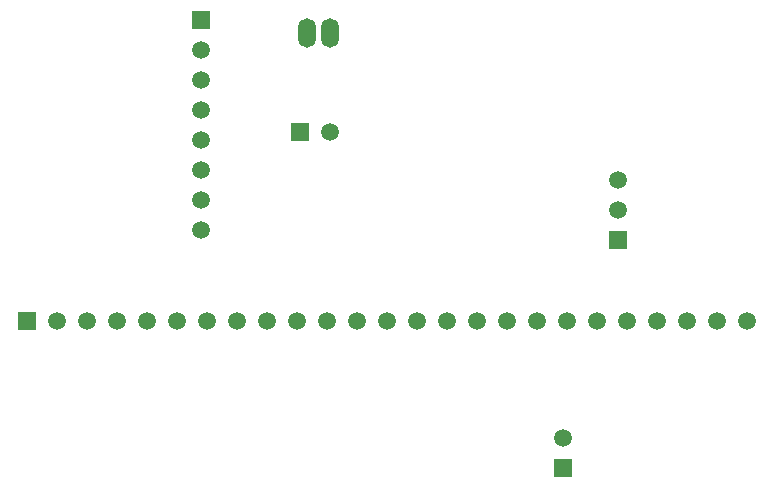
<source format=gbl>
G04*
G04 #@! TF.GenerationSoftware,Altium Limited,Altium Designer,23.3.1 (30)*
G04*
G04 Layer_Physical_Order=2*
G04 Layer_Color=16711680*
%FSLAX25Y25*%
%MOIN*%
G70*
G04*
G04 #@! TF.SameCoordinates,C9CCD98B-DB78-4EC8-A63A-9DC0D68B0965*
G04*
G04*
G04 #@! TF.FilePolarity,Positive*
G04*
G01*
G75*
%ADD31R,0.05906X0.05906*%
%ADD32C,0.05906*%
%ADD33R,0.05906X0.05906*%
%ADD34O,0.05906X0.09843*%
D31*
X470000Y165000D02*
D03*
X488500Y241000D02*
D03*
X349500Y314500D02*
D03*
D32*
X470000Y175000D02*
D03*
X488500Y251000D02*
D03*
Y261000D02*
D03*
X301500Y214000D02*
D03*
X311500D02*
D03*
X321500D02*
D03*
X331500D02*
D03*
X341500D02*
D03*
X351500D02*
D03*
X361500D02*
D03*
X371500D02*
D03*
X381500D02*
D03*
X391500D02*
D03*
X401500D02*
D03*
X411500D02*
D03*
X421500D02*
D03*
X431500D02*
D03*
X441500D02*
D03*
X451500D02*
D03*
X461500D02*
D03*
X471500D02*
D03*
X481500D02*
D03*
X491500D02*
D03*
X501500D02*
D03*
X511500D02*
D03*
X521500D02*
D03*
X531500D02*
D03*
X392500Y277000D02*
D03*
X349500Y304500D02*
D03*
Y294500D02*
D03*
Y284500D02*
D03*
Y274500D02*
D03*
Y264500D02*
D03*
Y254500D02*
D03*
Y244500D02*
D03*
D33*
X291500Y214000D02*
D03*
X382500Y277000D02*
D03*
D34*
X392500Y310000D02*
D03*
X384626D02*
D03*
M02*

</source>
